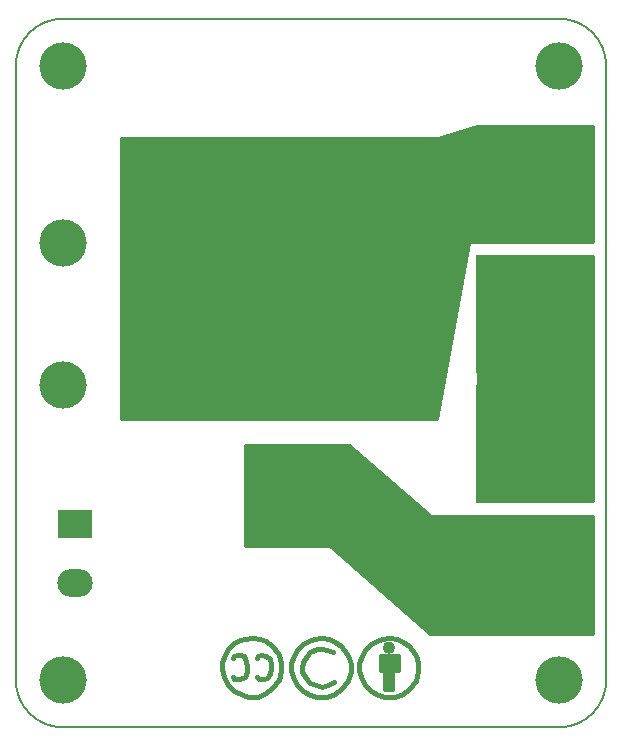
<source format=gbr>
G04 #@! TF.GenerationSoftware,KiCad,Pcbnew,(5.1.5)-3*
G04 #@! TF.CreationDate,2020-09-07T21:38:48-04:00*
G04 #@! TF.ProjectId,Little_Monster,4c697474-6c65-45f4-9d6f-6e737465722e,2.0*
G04 #@! TF.SameCoordinates,PX459e440PY6f94740*
G04 #@! TF.FileFunction,Copper,L2,Bot*
G04 #@! TF.FilePolarity,Positive*
%FSLAX46Y46*%
G04 Gerber Fmt 4.6, Leading zero omitted, Abs format (unit mm)*
G04 Created by KiCad (PCBNEW (5.1.5)-3) date 2020-09-07 21:38:48*
%MOMM*%
%LPD*%
G04 APERTURE LIST*
G04 #@! TA.AperFunction,Profile*
%ADD10C,0.150000*%
G04 #@! TD*
G04 #@! TA.AperFunction,EtchedComponent*
%ADD11C,0.381000*%
G04 #@! TD*
G04 #@! TA.AperFunction,ComponentPad*
%ADD12R,3.000000X3.000000*%
G04 #@! TD*
G04 #@! TA.AperFunction,WasherPad*
%ADD13C,4.000000*%
G04 #@! TD*
G04 #@! TA.AperFunction,ComponentPad*
%ADD14R,3.000000X2.350000*%
G04 #@! TD*
G04 #@! TA.AperFunction,ComponentPad*
%ADD15O,3.000000X2.350000*%
G04 #@! TD*
G04 #@! TA.AperFunction,ComponentPad*
%ADD16R,10.000000X10.000000*%
G04 #@! TD*
G04 #@! TA.AperFunction,ViaPad*
%ADD17C,0.600000*%
G04 #@! TD*
G04 #@! TA.AperFunction,Conductor*
%ADD18C,0.254000*%
G04 #@! TD*
G04 APERTURE END LIST*
D10*
X0Y56000000D02*
G75*
G02X4000000Y60000000I4000000J0D01*
G01*
X4000000Y0D02*
G75*
G02X0Y4000000I0J4000000D01*
G01*
X50000000Y4000000D02*
G75*
G02X46000000Y0I-4000000J0D01*
G01*
X46000000Y60000000D02*
G75*
G02X50000000Y56000000I0J-4000000D01*
G01*
X4000000Y0D02*
X46000000Y0D01*
X4000000Y60000000D02*
X46000000Y60000000D01*
X50000000Y4000000D02*
X50000000Y56000000D01*
X0Y4000000D02*
X0Y56000000D01*
D11*
G04 #@! TO.C,REF\002A\002A*
X19400560Y7500300D02*
X20000000Y7599360D01*
X18999240Y7401240D02*
X19400560Y7500300D01*
X18498860Y7098980D02*
X18999240Y7401240D01*
X18001020Y6601140D02*
X18498860Y7098980D01*
X17698760Y6100760D02*
X18001020Y6601140D01*
X17500640Y5498780D02*
X17698760Y6100760D01*
X17500640Y4899340D02*
X17500640Y5498780D01*
X17599700Y4299900D02*
X17500640Y4899340D01*
X18001020Y3598860D02*
X17599700Y4299900D01*
X18498860Y3101020D02*
X18001020Y3598860D01*
X19100840Y2798760D02*
X18498860Y3101020D01*
X19700280Y2600640D02*
X19100840Y2798760D01*
X20500380Y2600640D02*
X19700280Y2600640D01*
X21198880Y2900360D02*
X20500380Y2600640D01*
X21699260Y3299140D02*
X21198880Y2900360D01*
X22301240Y4000180D02*
X21699260Y3299140D01*
X22499360Y4800280D02*
X22301240Y4000180D01*
X22499360Y5399720D02*
X22499360Y4800280D01*
X22400300Y5900100D02*
X22499360Y5399720D01*
X22199640Y6298880D02*
X22400300Y5900100D01*
X21699260Y6900860D02*
X22199640Y6298880D01*
X21198880Y7299640D02*
X21699260Y6900860D01*
X20701040Y7500300D02*
X21198880Y7299640D01*
X20099060Y7599360D02*
X20701040Y7500300D01*
X20000000Y7599360D02*
X20099060Y7599360D01*
X20599440Y4099240D02*
X20398780Y4299900D01*
X21000760Y4099240D02*
X20599440Y4099240D01*
X21300480Y4200840D02*
X21000760Y4099240D01*
X21501140Y4500560D02*
X21300480Y4200840D01*
X21600200Y5000940D02*
X21501140Y4500560D01*
X21600200Y5399720D02*
X21600200Y5000940D01*
X21501140Y5801040D02*
X21600200Y5399720D01*
X21198880Y5999160D02*
X21501140Y5801040D01*
X20800100Y6100760D02*
X21198880Y5999160D01*
X20500380Y5999160D02*
X20800100Y6100760D01*
X20398780Y5900100D02*
X20500380Y5999160D01*
X18498860Y4099240D02*
X18399800Y4299900D01*
X18801120Y4099240D02*
X18498860Y4099240D01*
X18999240Y4099240D02*
X18801120Y4099240D01*
X19400560Y4299900D02*
X18999240Y4099240D01*
X19601220Y4701220D02*
X19400560Y4299900D01*
X19601220Y5100000D02*
X19601220Y4701220D01*
X19499620Y5600380D02*
X19601220Y5100000D01*
X19298960Y5999160D02*
X19499620Y5600380D01*
X18999240Y6100760D02*
X19298960Y5999160D01*
X18699520Y6100760D02*
X18999240Y6100760D01*
X18498860Y5999160D02*
X18699520Y6100760D01*
X18399800Y5900100D02*
X18498860Y5999160D01*
X25250560Y7450300D02*
X25850000Y7549360D01*
X24849240Y7351240D02*
X25250560Y7450300D01*
X24348860Y7048980D02*
X24849240Y7351240D01*
X23851020Y6551140D02*
X24348860Y7048980D01*
X23548760Y6050760D02*
X23851020Y6551140D01*
X23350640Y5448780D02*
X23548760Y6050760D01*
X23350640Y4849340D02*
X23350640Y5448780D01*
X23449700Y4249900D02*
X23350640Y4849340D01*
X23851020Y3548860D02*
X23449700Y4249900D01*
X24348860Y3051020D02*
X23851020Y3548860D01*
X24950840Y2748760D02*
X24348860Y3051020D01*
X25550280Y2550640D02*
X24950840Y2748760D01*
X26350380Y2550640D02*
X25550280Y2550640D01*
X27048880Y2850360D02*
X26350380Y2550640D01*
X27549260Y3249140D02*
X27048880Y2850360D01*
X28151240Y3950180D02*
X27549260Y3249140D01*
X28349360Y4750280D02*
X28151240Y3950180D01*
X28349360Y5349720D02*
X28349360Y4750280D01*
X28250300Y5850100D02*
X28349360Y5349720D01*
X28049640Y6248880D02*
X28250300Y5850100D01*
X27549260Y6850860D02*
X28049640Y6248880D01*
X27048880Y7249640D02*
X27549260Y6850860D01*
X26551040Y7450300D02*
X27048880Y7249640D01*
X25949060Y7549360D02*
X26551040Y7450300D01*
X25850000Y7549360D02*
X25949060Y7549360D01*
X26350380Y6551140D02*
X26850760Y6350480D01*
X25949060Y6650200D02*
X26350380Y6551140D01*
X25550280Y6650200D02*
X25949060Y6650200D01*
X24950840Y6350480D02*
X25550280Y6650200D01*
X24651120Y6050760D02*
X24950840Y6350480D01*
X24348860Y5550380D02*
X24651120Y6050760D01*
X24249800Y5050000D02*
X24348860Y5550380D01*
X24249800Y4651220D02*
X24249800Y5050000D01*
X24549520Y4150840D02*
X24249800Y4651220D01*
X24950840Y3749520D02*
X24549520Y4150840D01*
X25451220Y3548860D02*
X24950840Y3749520D01*
X25949060Y3449800D02*
X25451220Y3548860D01*
X26449440Y3548860D02*
X25949060Y3449800D01*
X26949820Y3851120D02*
X26449440Y3548860D01*
X31000560Y7450300D02*
X31600000Y7549360D01*
X30599240Y7351240D02*
X31000560Y7450300D01*
X30098860Y7048980D02*
X30599240Y7351240D01*
X29601020Y6551140D02*
X30098860Y7048980D01*
X29298760Y6050760D02*
X29601020Y6551140D01*
X29100640Y5448780D02*
X29298760Y6050760D01*
X29100640Y4849340D02*
X29100640Y5448780D01*
X29199700Y4249900D02*
X29100640Y4849340D01*
X29601020Y3548860D02*
X29199700Y4249900D01*
X30098860Y3051020D02*
X29601020Y3548860D01*
X30700840Y2748760D02*
X30098860Y3051020D01*
X31300280Y2550640D02*
X30700840Y2748760D01*
X32100380Y2550640D02*
X31300280Y2550640D01*
X32798880Y2850360D02*
X32100380Y2550640D01*
X33299260Y3249140D02*
X32798880Y2850360D01*
X33901240Y3950180D02*
X33299260Y3249140D01*
X34099360Y4750280D02*
X33901240Y3950180D01*
X34099360Y5349720D02*
X34099360Y4750280D01*
X34000300Y5850100D02*
X34099360Y5349720D01*
X33799640Y6248880D02*
X34000300Y5850100D01*
X33299260Y6850860D02*
X33799640Y6248880D01*
X32798880Y7249640D02*
X33299260Y6850860D01*
X32301040Y7450300D02*
X32798880Y7249640D01*
X31699060Y7549360D02*
X32301040Y7450300D01*
X31600000Y7549360D02*
X31699060Y7549360D01*
X31915666Y6749260D02*
G75*
G03X31915666Y6749260I-315666J0D01*
G01*
X32400100Y4849340D02*
X32400100Y6050760D01*
X30898960Y4849340D02*
X32400100Y4849340D01*
X30898960Y6050760D02*
X30898960Y4849340D01*
X32400100Y6050760D02*
X30898960Y6050760D01*
X31899720Y3249140D02*
X31399340Y3249140D01*
X31899720Y4750280D02*
X31899720Y3249140D01*
X31300280Y3249140D02*
X31300280Y4849340D01*
X31500940Y3249140D02*
X31300280Y3249140D01*
X31600000Y4750280D02*
X31600000Y3449800D01*
X32400100Y5149060D02*
X31099620Y5149060D01*
X31099620Y5448780D02*
X32301040Y5448780D01*
X32301040Y5751040D02*
X31000560Y5751040D01*
X31600000Y6949920D02*
X31600000Y6551140D01*
G04 #@! TD*
D12*
G04 #@! TO.P,Q11,4*
G04 #@! TO.N,Net-(C11-Pad1)*
X10300000Y48500000D03*
X13300000Y48500000D03*
X34300000Y48500000D03*
X31300000Y48500000D03*
X28300000Y48500000D03*
X25300000Y48500000D03*
X16300000Y48500000D03*
X19300000Y48500000D03*
X22300000Y48500000D03*
X13300000Y42500000D03*
X10300000Y42500000D03*
X10300000Y36500000D03*
X10300000Y33500000D03*
X10300000Y45500000D03*
X10300000Y39500000D03*
X10300000Y30500000D03*
X10300000Y27500000D03*
X13300000Y30500000D03*
X13300000Y27500000D03*
X13300000Y39500000D03*
X13300000Y33500000D03*
X13300000Y36500000D03*
X13300000Y45500000D03*
X34300000Y45500000D03*
X34300000Y42500000D03*
X34300000Y39500000D03*
X34300000Y27500000D03*
X34300000Y36500000D03*
X34300000Y30500000D03*
X34300000Y33500000D03*
X31300000Y45500000D03*
X31300000Y42500000D03*
X31300000Y39500000D03*
X31300000Y27500000D03*
X31300000Y36500000D03*
X31300000Y30500000D03*
X31300000Y33500000D03*
X28300000Y45500000D03*
X19300000Y45500000D03*
X25300000Y45500000D03*
X16300000Y45500000D03*
X22300000Y45500000D03*
X28300000Y42500000D03*
X19300000Y42500000D03*
X22300000Y42500000D03*
X25300000Y42500000D03*
X16300000Y42500000D03*
X28300000Y39500000D03*
X19300000Y39500000D03*
X22300000Y39500000D03*
X25300000Y39500000D03*
X16300000Y39500000D03*
X28300000Y27500000D03*
X28300000Y30500000D03*
X28300000Y33500000D03*
X28300000Y36500000D03*
X16300000Y27500000D03*
X16300000Y30500000D03*
X16300000Y36500000D03*
X16300000Y33500000D03*
X25300000Y36500000D03*
X22300000Y36500000D03*
X19300000Y36500000D03*
X19300000Y33500000D03*
X25300000Y33500000D03*
X22300000Y33500000D03*
X19300000Y30500000D03*
X25300000Y30500000D03*
X22300000Y30500000D03*
X19300000Y27500000D03*
X25300000Y27500000D03*
X22300000Y27500000D03*
G04 #@! TD*
D13*
G04 #@! TO.P,H1,*
G04 #@! TO.N,*
X4000000Y29000000D03*
G04 #@! TD*
G04 #@! TO.P,H1,*
G04 #@! TO.N,*
X4000000Y41000000D03*
G04 #@! TD*
G04 #@! TO.P,H2,*
G04 #@! TO.N,*
X46000000Y56000000D03*
G04 #@! TD*
G04 #@! TO.P,H1,*
G04 #@! TO.N,*
X4000000Y56000000D03*
G04 #@! TD*
D14*
G04 #@! TO.P,CN11,1*
G04 #@! TO.N,Net-(CN11-Pad1)*
X5000000Y17250000D03*
D15*
G04 #@! TO.P,CN11,2*
G04 #@! TO.N,Net-(CN11-Pad2)*
X5000000Y12250000D03*
G04 #@! TD*
D13*
G04 #@! TO.P,H4,*
G04 #@! TO.N,*
X4000000Y4000000D03*
G04 #@! TD*
G04 #@! TO.P,H3,*
G04 #@! TO.N,*
X46000000Y4000000D03*
G04 #@! TD*
D16*
G04 #@! TO.P,J1,1*
G04 #@! TO.N,+BATT*
X44000000Y24000000D03*
G04 #@! TD*
G04 #@! TO.P,J2,1*
G04 #@! TO.N,GND*
X44000000Y13000000D03*
G04 #@! TD*
G04 #@! TO.P,J3,1*
G04 #@! TO.N,+BATT*
X44000000Y35000000D03*
G04 #@! TD*
G04 #@! TO.P,J4,1*
G04 #@! TO.N,Net-(C11-Pad1)*
X44000000Y46000000D03*
G04 #@! TD*
D17*
G04 #@! TO.N,GND*
X21030000Y22380000D03*
X24840000Y22380000D03*
X21030000Y23280000D03*
X24840000Y20580000D03*
X22350000Y19670000D03*
X24840000Y19680000D03*
X21030000Y19680000D03*
X21030000Y20580000D03*
X19760000Y23270000D03*
X24840000Y21480000D03*
X26120000Y20540000D03*
X19760000Y19670000D03*
X19760000Y20570000D03*
X23570000Y21470000D03*
X19760000Y22370000D03*
X22350000Y21470000D03*
X22350000Y23270000D03*
X23570000Y22370000D03*
X23570000Y23270000D03*
X23570000Y19670000D03*
X24840000Y23280000D03*
X22350000Y20570000D03*
X22350000Y22370000D03*
X23570000Y20570000D03*
X26120000Y19640000D03*
X26120000Y22410000D03*
X26120000Y23290000D03*
X19740000Y21460000D03*
G04 #@! TD*
D18*
G04 #@! TO.N,GND*
G36*
X35167349Y17903574D02*
G01*
X35187749Y17889303D01*
X35210541Y17879285D01*
X35234850Y17873907D01*
X35250000Y17873000D01*
X48873000Y17873000D01*
X48873000Y7877000D01*
X35048019Y7877000D01*
X26584026Y15345229D01*
X26563833Y15359792D01*
X26541187Y15370136D01*
X26516958Y15375863D01*
X26500000Y15377000D01*
X19377000Y15377000D01*
X19377000Y23873000D01*
X28203019Y23873000D01*
X35167349Y17903574D01*
G37*
X35167349Y17903574D02*
X35187749Y17889303D01*
X35210541Y17879285D01*
X35234850Y17873907D01*
X35250000Y17873000D01*
X48873000Y17873000D01*
X48873000Y7877000D01*
X35048019Y7877000D01*
X26584026Y15345229D01*
X26563833Y15359792D01*
X26541187Y15370136D01*
X26516958Y15375863D01*
X26500000Y15377000D01*
X19377000Y15377000D01*
X19377000Y23873000D01*
X28203019Y23873000D01*
X35167349Y17903574D01*
G04 #@! TO.N,+BATT*
G36*
X48873000Y19149131D02*
G01*
X39127000Y19149131D01*
X39127000Y39895131D01*
X48873000Y39895131D01*
X48873000Y19149131D01*
G37*
X48873000Y19149131D02*
X39127000Y19149131D01*
X39127000Y39895131D01*
X48873000Y39895131D01*
X48873000Y19149131D01*
G04 #@! TO.N,Net-(C11-Pad1)*
G36*
X48873000Y41127000D02*
G01*
X38500000Y41127000D01*
X38475224Y41124560D01*
X38451399Y41117333D01*
X38429443Y41105597D01*
X38410197Y41089803D01*
X38394403Y41070557D01*
X38382667Y41048601D01*
X38375082Y41022902D01*
X35644167Y26127000D01*
X8877000Y26127000D01*
X8877000Y49873000D01*
X35750000Y49873000D01*
X35774776Y49875440D01*
X35787349Y49878616D01*
X39019097Y50873000D01*
X48873000Y50873000D01*
X48873000Y41127000D01*
G37*
X48873000Y41127000D02*
X38500000Y41127000D01*
X38475224Y41124560D01*
X38451399Y41117333D01*
X38429443Y41105597D01*
X38410197Y41089803D01*
X38394403Y41070557D01*
X38382667Y41048601D01*
X38375082Y41022902D01*
X35644167Y26127000D01*
X8877000Y26127000D01*
X8877000Y49873000D01*
X35750000Y49873000D01*
X35774776Y49875440D01*
X35787349Y49878616D01*
X39019097Y50873000D01*
X48873000Y50873000D01*
X48873000Y41127000D01*
G04 #@! TD*
M02*

</source>
